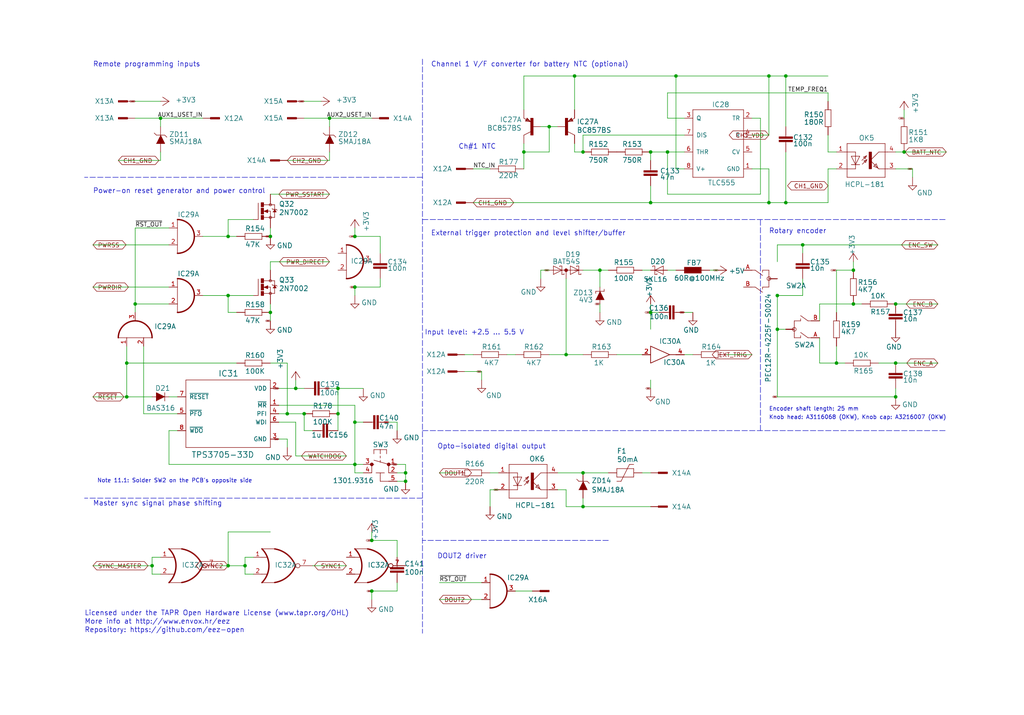
<source format=kicad_sch>
(kicad_sch (version 20210406) (generator eeschema)
  (paper "User" 307.823 215.087)
  (title_block (title "EEZ PSU consolidated") (rev "r5B13a") (comment 3 "V/F converter for battery NTC, External trigger") (comment 4 "Reset control, soft-start driver, encoder"))
  (junction (at 38.1 109.22) (diameter 0.9144))
  (junction (at 38.1 119.38) (diameter 0.9144))
  (junction (at 40.64 91.44) (diameter 0.9144))
  (junction (at 45.72 170.18) (diameter 0.9144))
  (junction (at 48.26 35.56) (diameter 0.9144))
  (junction (at 68.58 71.12) (diameter 0.9144))
  (junction (at 68.58 88.9) (diameter 0.9144))
  (junction (at 68.58 170.18) (diameter 0.9144))
  (junction (at 73.66 170.18) (diameter 0.9144))
  (junction (at 81.28 71.12) (diameter 0.9144))
  (junction (at 81.28 93.98) (diameter 0.9144))
  (junction (at 86.36 124.46) (diameter 0.9144))
  (junction (at 88.9 116.84) (diameter 0.9144))
  (junction (at 91.44 124.46) (diameter 0.9144))
  (junction (at 99.06 35.56) (diameter 0.9144))
  (junction (at 101.6 116.84) (diameter 0.9144))
  (junction (at 101.6 124.46) (diameter 0.9144))
  (junction (at 106.68 71.12) (diameter 0.9144))
  (junction (at 106.68 86.36) (diameter 0.9144))
  (junction (at 106.68 127) (diameter 0.9144))
  (junction (at 106.68 139.7) (diameter 0.9144))
  (junction (at 111.76 162.56) (diameter 0.9144))
  (junction (at 111.76 177.8) (diameter 0.9144))
  (junction (at 121.92 142.24) (diameter 0.9144))
  (junction (at 121.92 144.78) (diameter 0.9144))
  (junction (at 157.48 45.72) (diameter 0.9144))
  (junction (at 165.1 38.1) (diameter 0.9144))
  (junction (at 170.18 106.68) (diameter 0.9144))
  (junction (at 172.72 22.86) (diameter 0.9144))
  (junction (at 175.26 45.72) (diameter 0.9144))
  (junction (at 175.26 142.24) (diameter 0.9144))
  (junction (at 175.26 152.4) (diameter 0.9144))
  (junction (at 180.34 81.28) (diameter 0.9144))
  (junction (at 195.58 45.72) (diameter 0.9144))
  (junction (at 195.58 60.96) (diameter 0.9144))
  (junction (at 195.58 93.98) (diameter 0.9144))
  (junction (at 200.66 45.72) (diameter 0.9144))
  (junction (at 203.2 22.86) (diameter 0.9144))
  (junction (at 231.14 22.86) (diameter 0.9144))
  (junction (at 231.14 60.96) (diameter 0.9144))
  (junction (at 233.68 88.9) (diameter 0.9144))
  (junction (at 233.68 99.06) (diameter 0.9144))
  (junction (at 236.22 22.86) (diameter 0.9144))
  (junction (at 236.22 60.96) (diameter 0.9144))
  (junction (at 241.3 73.66) (diameter 0.9144))
  (junction (at 251.46 109.22) (diameter 0.9144))
  (junction (at 256.54 81.28) (diameter 0.9144))
  (junction (at 256.54 91.44) (diameter 0.9144))
  (junction (at 269.24 91.44) (diameter 0.9144))
  (junction (at 269.24 109.22) (diameter 0.9144))
  (junction (at 269.24 119.38) (diameter 0.9144))
  (junction (at 271.78 45.72) (diameter 0.9144))
  (wire (pts (xy 27.94 170.18) (xy 45.72 170.18)))
  (wire (pts (xy 38.1 104.14) (xy 38.1 109.22)))
  (wire (pts (xy 38.1 109.22) (xy 38.1 119.38)))
  (wire (pts (xy 38.1 119.38) (xy 27.94 119.38)))
  (wire (pts (xy 40.64 30.48) (xy 48.26 30.48)))
  (wire (pts (xy 40.64 35.56) (xy 48.26 35.56)))
  (wire (pts (xy 40.64 91.44) (xy 40.64 68.58)))
  (wire (pts (xy 40.64 93.98) (xy 40.64 91.44)))
  (wire (pts (xy 43.18 124.46) (xy 43.18 104.14)))
  (wire (pts (xy 45.72 119.38) (xy 38.1 119.38)))
  (wire (pts (xy 45.72 167.64) (xy 45.72 170.18)))
  (wire (pts (xy 45.72 170.18) (xy 45.72 172.72)))
  (wire (pts (xy 45.72 172.72) (xy 48.26 172.72)))
  (wire (pts (xy 48.26 38.1) (xy 48.26 35.56)))
  (wire (pts (xy 48.26 45.72) (xy 48.26 48.26)))
  (wire (pts (xy 48.26 48.26) (xy 35.56 48.26)))
  (wire (pts (xy 48.26 167.64) (xy 45.72 167.64)))
  (wire (pts (xy 50.8 68.58) (xy 40.64 68.58)))
  (wire (pts (xy 50.8 73.66) (xy 27.94 73.66)))
  (wire (pts (xy 50.8 86.36) (xy 27.94 86.36)))
  (wire (pts (xy 50.8 91.44) (xy 40.64 91.44)))
  (wire (pts (xy 50.8 119.38) (xy 53.34 119.38)))
  (wire (pts (xy 50.8 129.54) (xy 50.8 139.7)))
  (wire (pts (xy 50.8 139.7) (xy 106.68 139.7)))
  (wire (pts (xy 53.34 124.46) (xy 43.18 124.46)))
  (wire (pts (xy 53.34 129.54) (xy 50.8 129.54)))
  (wire (pts (xy 60.96 35.56) (xy 48.26 35.56)))
  (wire (pts (xy 60.96 71.12) (xy 68.58 71.12)))
  (wire (pts (xy 66.04 170.18) (xy 68.58 170.18)))
  (wire (pts (xy 68.58 66.04) (xy 68.58 71.12)))
  (wire (pts (xy 68.58 71.12) (xy 71.12 71.12)))
  (wire (pts (xy 68.58 88.9) (xy 60.96 88.9)))
  (wire (pts (xy 68.58 88.9) (xy 76.2 88.9)))
  (wire (pts (xy 68.58 93.98) (xy 68.58 88.9)))
  (wire (pts (xy 68.58 160.02) (xy 81.28 160.02)))
  (wire (pts (xy 68.58 170.18) (xy 68.58 160.02)))
  (wire (pts (xy 68.58 170.18) (xy 73.66 170.18)))
  (wire (pts (xy 71.12 93.98) (xy 68.58 93.98)))
  (wire (pts (xy 71.12 109.22) (xy 38.1 109.22)))
  (wire (pts (xy 73.66 167.64) (xy 76.2 167.64)))
  (wire (pts (xy 73.66 170.18) (xy 73.66 167.64)))
  (wire (pts (xy 73.66 172.72) (xy 73.66 170.18)))
  (wire (pts (xy 76.2 66.04) (xy 68.58 66.04)))
  (wire (pts (xy 76.2 172.72) (xy 73.66 172.72)))
  (wire (pts (xy 81.28 58.42) (xy 99.06 58.42)))
  (wire (pts (xy 81.28 71.12) (xy 81.28 68.58)))
  (wire (pts (xy 81.28 78.74) (xy 81.28 81.28)))
  (wire (pts (xy 81.28 93.98) (xy 81.28 91.44)))
  (wire (pts (xy 81.28 96.52) (xy 81.28 93.98)))
  (wire (pts (xy 81.28 109.22) (xy 86.36 109.22)))
  (wire (pts (xy 83.82 116.84) (xy 88.9 116.84)))
  (wire (pts (xy 83.82 121.92) (xy 106.68 121.92)))
  (wire (pts (xy 83.82 127) (xy 88.9 127)))
  (wire (pts (xy 83.82 132.08) (xy 86.36 132.08)))
  (wire (pts (xy 86.36 109.22) (xy 86.36 124.46)))
  (wire (pts (xy 86.36 124.46) (xy 83.82 124.46)))
  (wire (pts (xy 86.36 132.08) (xy 86.36 134.62)))
  (wire (pts (xy 88.9 116.84) (xy 88.9 114.3)))
  (wire (pts (xy 88.9 116.84) (xy 91.44 116.84)))
  (wire (pts (xy 88.9 127) (xy 88.9 137.16)))
  (wire (pts (xy 88.9 137.16) (xy 104.14 137.16)))
  (wire (pts (xy 91.44 30.48) (xy 96.52 30.48)))
  (wire (pts (xy 91.44 35.56) (xy 99.06 35.56)))
  (wire (pts (xy 91.44 124.46) (xy 86.36 124.46)))
  (wire (pts (xy 91.44 129.54) (xy 91.44 124.46)))
  (wire (pts (xy 93.98 129.54) (xy 91.44 129.54)))
  (wire (pts (xy 93.98 170.18) (xy 104.14 170.18)))
  (wire (pts (xy 99.06 38.1) (xy 99.06 35.56)))
  (wire (pts (xy 99.06 45.72) (xy 99.06 48.26)))
  (wire (pts (xy 99.06 48.26) (xy 86.36 48.26)))
  (wire (pts (xy 99.06 78.74) (xy 81.28 78.74)))
  (wire (pts (xy 99.06 116.84) (xy 101.6 116.84)))
  (wire (pts (xy 101.6 116.84) (xy 109.22 116.84)))
  (wire (pts (xy 101.6 124.46) (xy 101.6 116.84)))
  (wire (pts (xy 101.6 129.54) (xy 101.6 124.46)))
  (wire (pts (xy 106.68 71.12) (xy 106.68 68.58)))
  (wire (pts (xy 106.68 71.12) (xy 114.3 71.12)))
  (wire (pts (xy 106.68 86.36) (xy 106.68 88.9)))
  (wire (pts (xy 106.68 86.36) (xy 114.3 86.36)))
  (wire (pts (xy 106.68 121.92) (xy 106.68 127)))
  (wire (pts (xy 106.68 127) (xy 106.68 139.7)))
  (wire (pts (xy 106.68 139.7) (xy 106.68 142.24)))
  (wire (pts (xy 109.22 127) (xy 106.68 127)))
  (wire (pts (xy 109.22 139.7) (xy 106.68 139.7)))
  (wire (pts (xy 109.22 142.24) (xy 106.68 142.24)))
  (wire (pts (xy 111.76 35.56) (xy 99.06 35.56)))
  (wire (pts (xy 111.76 162.56) (xy 111.76 160.02)))
  (wire (pts (xy 111.76 162.56) (xy 119.38 162.56)))
  (wire (pts (xy 111.76 177.8) (xy 119.38 177.8)))
  (wire (pts (xy 111.76 180.34) (xy 111.76 177.8)))
  (wire (pts (xy 114.3 71.12) (xy 114.3 76.2)))
  (wire (pts (xy 114.3 86.36) (xy 114.3 83.82)))
  (wire (pts (xy 116.84 127) (xy 119.38 127)))
  (wire (pts (xy 119.38 127) (xy 119.38 129.54)))
  (wire (pts (xy 119.38 139.7) (xy 121.92 139.7)))
  (wire (pts (xy 119.38 162.56) (xy 119.38 167.64)))
  (wire (pts (xy 119.38 177.8) (xy 119.38 175.26)))
  (wire (pts (xy 121.92 139.7) (xy 121.92 142.24)))
  (wire (pts (xy 121.92 142.24) (xy 119.38 142.24)))
  (wire (pts (xy 121.92 142.24) (xy 121.92 144.78)))
  (wire (pts (xy 121.92 144.78) (xy 119.38 144.78)))
  (wire (pts (xy 137.16 142.24) (xy 132.08 142.24)))
  (wire (pts (xy 139.7 106.68) (xy 142.24 106.68)))
  (wire (pts (xy 139.7 111.76) (xy 144.78 111.76)))
  (wire (pts (xy 142.24 50.8) (xy 147.32 50.8)))
  (wire (pts (xy 144.78 111.76) (xy 144.78 114.3)))
  (wire (pts (xy 144.78 175.26) (xy 132.08 175.26)))
  (wire (pts (xy 144.78 180.34) (xy 132.08 180.34)))
  (wire (pts (xy 147.32 142.24) (xy 149.86 142.24)))
  (wire (pts (xy 147.32 147.32) (xy 147.32 152.4)))
  (wire (pts (xy 149.86 147.32) (xy 147.32 147.32)))
  (wire (pts (xy 152.4 106.68) (xy 154.94 106.68)))
  (wire (pts (xy 154.94 177.8) (xy 160.02 177.8)))
  (wire (pts (xy 157.48 22.86) (xy 157.48 33.02)))
  (wire (pts (xy 157.48 45.72) (xy 157.48 43.18)))
  (wire (pts (xy 157.48 50.8) (xy 157.48 45.72)))
  (wire (pts (xy 162.56 38.1) (xy 165.1 38.1)))
  (wire (pts (xy 162.56 81.28) (xy 162.56 83.82)))
  (wire (pts (xy 165.1 38.1) (xy 165.1 45.72)))
  (wire (pts (xy 165.1 38.1) (xy 167.64 38.1)))
  (wire (pts (xy 165.1 45.72) (xy 157.48 45.72)))
  (wire (pts (xy 165.1 81.28) (xy 162.56 81.28)))
  (wire (pts (xy 165.1 106.68) (xy 170.18 106.68)))
  (wire (pts (xy 167.64 142.24) (xy 175.26 142.24)))
  (wire (pts (xy 170.18 106.68) (xy 170.18 83.82)))
  (wire (pts (xy 170.18 147.32) (xy 167.64 147.32)))
  (wire (pts (xy 170.18 152.4) (xy 170.18 147.32)))
  (wire (pts (xy 172.72 22.86) (xy 157.48 22.86)))
  (wire (pts (xy 172.72 33.02) (xy 172.72 22.86)))
  (wire (pts (xy 172.72 45.72) (xy 172.72 43.18)))
  (wire (pts (xy 175.26 40.64) (xy 175.26 45.72)))
  (wire (pts (xy 175.26 45.72) (xy 172.72 45.72)))
  (wire (pts (xy 175.26 106.68) (xy 170.18 106.68)))
  (wire (pts (xy 175.26 142.24) (xy 182.88 142.24)))
  (wire (pts (xy 175.26 152.4) (xy 170.18 152.4)))
  (wire (pts (xy 175.26 152.4) (xy 175.26 149.86)))
  (wire (pts (xy 175.26 152.4) (xy 195.58 152.4)))
  (wire (pts (xy 180.34 81.28) (xy 175.26 81.28)))
  (wire (pts (xy 180.34 86.36) (xy 180.34 81.28)))
  (wire (pts (xy 180.34 91.44) (xy 180.34 93.98)))
  (wire (pts (xy 182.88 81.28) (xy 180.34 81.28)))
  (wire (pts (xy 185.42 106.68) (xy 193.04 106.68)))
  (wire (pts (xy 193.04 142.24) (xy 195.58 142.24)))
  (wire (pts (xy 195.58 45.72) (xy 195.58 48.26)))
  (wire (pts (xy 195.58 55.88) (xy 195.58 60.96)))
  (wire (pts (xy 195.58 60.96) (xy 142.24 60.96)))
  (wire (pts (xy 195.58 60.96) (xy 231.14 60.96)))
  (wire (pts (xy 195.58 81.28) (xy 193.04 81.28)))
  (wire (pts (xy 195.58 93.98) (xy 195.58 91.44)))
  (wire (pts (xy 195.58 99.06) (xy 195.58 93.98)))
  (wire (pts (xy 195.58 116.84) (xy 195.58 114.3)))
  (wire (pts (xy 198.12 93.98) (xy 195.58 93.98)))
  (wire (pts (xy 200.66 27.94) (xy 200.66 35.56)))
  (wire (pts (xy 200.66 45.72) (xy 195.58 45.72)))
  (wire (pts (xy 200.66 45.72) (xy 200.66 58.42)))
  (wire (pts (xy 200.66 58.42) (xy 228.6 58.42)))
  (wire (pts (xy 200.66 81.28) (xy 203.2 81.28)))
  (wire (pts (xy 203.2 22.86) (xy 172.72 22.86)))
  (wire (pts (xy 203.2 50.8) (xy 203.2 22.86)))
  (wire (pts (xy 205.74 35.56) (xy 200.66 35.56)))
  (wire (pts (xy 205.74 40.64) (xy 175.26 40.64)))
  (wire (pts (xy 205.74 45.72) (xy 200.66 45.72)))
  (wire (pts (xy 205.74 50.8) (xy 203.2 50.8)))
  (wire (pts (xy 205.74 93.98) (xy 208.28 93.98)))
  (wire (pts (xy 205.74 106.68) (xy 208.28 106.68)))
  (wire (pts (xy 215.9 81.28) (xy 213.36 81.28)))
  (wire (pts (xy 218.44 106.68) (xy 226.06 106.68)))
  (wire (pts (xy 226.06 35.56) (xy 228.6 35.56)))
  (wire (pts (xy 226.06 50.8) (xy 231.14 50.8)))
  (wire (pts (xy 228.6 35.56) (xy 228.6 58.42)))
  (wire (pts (xy 231.14 22.86) (xy 203.2 22.86)))
  (wire (pts (xy 231.14 22.86) (xy 236.22 22.86)))
  (wire (pts (xy 231.14 40.64) (xy 226.06 40.64)))
  (wire (pts (xy 231.14 40.64) (xy 231.14 22.86)))
  (wire (pts (xy 231.14 60.96) (xy 231.14 50.8)))
  (wire (pts (xy 231.14 60.96) (xy 236.22 60.96)))
  (wire (pts (xy 233.68 78.74) (xy 233.68 73.66)))
  (wire (pts (xy 233.68 88.9) (xy 233.68 99.06)))
  (wire (pts (xy 233.68 99.06) (xy 236.22 99.06)))
  (wire (pts (xy 233.68 119.38) (xy 233.68 99.06)))
  (wire (pts (xy 233.68 119.38) (xy 269.24 119.38)))
  (wire (pts (xy 236.22 38.1) (xy 236.22 22.86)))
  (wire (pts (xy 236.22 45.72) (xy 236.22 60.96)))
  (wire (pts (xy 241.3 73.66) (xy 233.68 73.66)))
  (wire (pts (xy 241.3 76.2) (xy 241.3 73.66)))
  (wire (pts (xy 241.3 83.82) (xy 241.3 88.9)))
  (wire (pts (xy 241.3 88.9) (xy 233.68 88.9)))
  (wire (pts (xy 246.38 91.44) (xy 256.54 91.44)))
  (wire (pts (xy 246.38 96.52) (xy 246.38 91.44)))
  (wire (pts (xy 246.38 101.6) (xy 246.38 109.22)))
  (wire (pts (xy 246.38 109.22) (xy 251.46 109.22)))
  (wire (pts (xy 248.92 22.86) (xy 236.22 22.86)))
  (wire (pts (xy 248.92 27.94) (xy 200.66 27.94)))
  (wire (pts (xy 248.92 30.48) (xy 248.92 27.94)))
  (wire (pts (xy 248.92 45.72) (xy 248.92 40.64)))
  (wire (pts (xy 248.92 50.8) (xy 248.92 60.96)))
  (wire (pts (xy 248.92 60.96) (xy 236.22 60.96)))
  (wire (pts (xy 251.46 45.72) (xy 248.92 45.72)))
  (wire (pts (xy 251.46 50.8) (xy 248.92 50.8)))
  (wire (pts (xy 251.46 81.28) (xy 256.54 81.28)))
  (wire (pts (xy 251.46 93.98) (xy 251.46 81.28)))
  (wire (pts (xy 251.46 104.14) (xy 251.46 109.22)))
  (wire (pts (xy 251.46 109.22) (xy 254 109.22)))
  (wire (pts (xy 256.54 81.28) (xy 256.54 78.74)))
  (wire (pts (xy 256.54 91.44) (xy 259.08 91.44)))
  (wire (pts (xy 264.16 109.22) (xy 269.24 109.22)))
  (wire (pts (xy 269.24 45.72) (xy 271.78 45.72)))
  (wire (pts (xy 269.24 50.8) (xy 274.32 50.8)))
  (wire (pts (xy 269.24 91.44) (xy 281.94 91.44)))
  (wire (pts (xy 269.24 109.22) (xy 281.94 109.22)))
  (wire (pts (xy 269.24 119.38) (xy 269.24 116.84)))
  (wire (pts (xy 271.78 35.56) (xy 271.78 33.02)))
  (wire (pts (xy 271.78 45.72) (xy 284.48 45.72)))
  (wire (pts (xy 274.32 50.8) (xy 274.32 53.34)))
  (wire (pts (xy 281.94 73.66) (xy 241.3 73.66)))
  (polyline (pts (xy 127 17.78) (xy 127 190.5)) (stroke (width 0) (type dash)))
  (polyline (pts (xy 127 53.34) (xy 25.4 53.34)) (stroke (width 0) (type dash)))
  (polyline (pts (xy 127 66.04) (xy 284.48 66.04)) (stroke (width 0) (type dash)))
  (polyline (pts (xy 127 129.54) (xy 284.48 129.54)) (stroke (width 0) (type dash)))
  (polyline (pts (xy 127 149.86) (xy 25.4 149.86)) (stroke (width 0) (type dash)))
  (polyline (pts (xy 182.88 162.56) (xy 127 162.56)) (stroke (width 0) (type dash)))
  (polyline (pts (xy 228.6 129.54) (xy 228.6 66.04)) (stroke (width 0) (type dash)))
  (text "Licensed under the TAPR Open Hardware License (www.tapr.org/OHL)" (at 25.4 185.42 0) (effects (font (size 1.4986 1.4986)) (justify left bottom)))
  (text "More info at http://www.envox.hr/eez" (at 25.4 187.96 0) (effects (font (size 1.4986 1.4986)) (justify left bottom)))
  (text "Repository: https://github.com/eez-open" (at 25.4 190.5 0) (effects (font (size 1.4986 1.4986)) (justify left bottom)))
  (text "Remote programming inputs" (at 27.94 20.32 0) (effects (font (size 1.4986 1.4986)) (justify left bottom)))
  (text "Power-on reset generator and power control" (at 27.94 58.42 0) (effects (font (size 1.4986 1.4986)) (justify left bottom)))
  (text "Master sync signal phase shifting" (at 27.94 152.4 0) (effects (font (size 1.4986 1.4986)) (justify left bottom)))
  (text "Note 11.1: Solder SW2 on the PCB's opposite side" (at 29.21 145.415 0) (effects (font (size 1.1938 1.1938)) (justify left bottom)))
  (text "Input level: +2.5 ... 5.5 V" (at 127.635 100.965 0) (effects (font (size 1.4986 1.4986)) (justify left bottom)))
  (text "Channel 1 V/F converter for battery NTC (optional)" (at 129.54 20.32 0) (effects (font (size 1.4986 1.4986)) (justify left bottom)))
  (text "External trigger protection and level shifter/buffer" (at 129.54 71.12 0) (effects (font (size 1.4986 1.4986)) (justify left bottom)))
  (text "Opto-isolated digital output" (at 131.445 135.255 0) (effects (font (size 1.4986 1.4986)) (justify left bottom)))
  (text "DOUT2 driver" (at 131.445 168.275 0) (effects (font (size 1.4986 1.4986)) (justify left bottom)))
  (text "Ch#1 NTC" (at 137.795 45.085 0) (effects (font (size 1.4986 1.4986)) (justify left bottom)))
  (text "Rotary encoder" (at 231.14 70.485 0) (effects (font (size 1.4986 1.4986)) (justify left bottom)))
  (text "Encoder shaft length: 25 mm" (at 231.14 123.825 0) (effects (font (size 1.1938 1.1938)) (justify left bottom)))
  (text "Knob head: A3116068 (OKW), Knob cap: A3216007 (OKW)" (at 231.14 126.365 0) (effects (font (size 1.1938 1.1938)) (justify left bottom)))
  (label "~RST_OUT" (at 40.64 68.58 0))
  (label "AUX1_USET_IN" (at 60.96 35.56 180))
  (label "AUX2_USET_IN" (at 111.76 35.56 180))
  (label "~RST_OUT" (at 132.08 175.26 0))
  (label "NTC_IN" (at 142.24 50.8 0))
  (label "TEMP_FREQ1" (at 248.92 27.94 180))
  (global_label "PWRSS" (shape bidirectional) (at 27.94 73.66 0) (property "Intersheet References" "${INTERSHEET_REFS}" (effects hide)))
  (global_label "PWRDIR" (shape bidirectional) (at 27.94 86.36 0) (property "Intersheet References" "${INTERSHEET_REFS}" (effects hide)))
  (global_label "~RESET" (shape bidirectional) (at 27.94 119.38 0) (property "Intersheet References" "${INTERSHEET_REFS}" (effects hide)))
  (global_label "SYNC_MASTER" (shape bidirectional) (at 27.94 170.18 0) (property "Intersheet References" "${INTERSHEET_REFS}" (effects hide)))
  (global_label "CH1_GND" (shape bidirectional) (at 35.56 48.26 0) (property "Intersheet References" "${INTERSHEET_REFS}" (effects hide)))
  (global_label "+3V3" (shape bidirectional) (at 40.64 30.48 180) (effects (font (size 0.254 0.254))) (property "Intersheet References" "${INTERSHEET_REFS}" (effects hide)))
  (global_label "SYNC2" (shape bidirectional) (at 68.58 170.18 180) (property "Intersheet References" "${INTERSHEET_REFS}" (effects hide)))
  (global_label "GND" (shape bidirectional) (at 81.28 71.12 180) (effects (font (size 0.254 0.254))) (property "Intersheet References" "${INTERSHEET_REFS}" (effects hide)))
  (global_label "GND" (shape bidirectional) (at 81.28 96.52 180) (effects (font (size 0.254 0.254))) (property "Intersheet References" "${INTERSHEET_REFS}" (effects hide)))
  (global_label "+3V3" (shape bidirectional) (at 83.82 116.84 180) (effects (font (size 0.254 0.254))) (property "Intersheet References" "${INTERSHEET_REFS}" (effects hide)))
  (global_label "GND" (shape bidirectional) (at 83.82 132.08 180) (effects (font (size 0.254 0.254))) (property "Intersheet References" "${INTERSHEET_REFS}" (effects hide)))
  (global_label "CH2_GND" (shape bidirectional) (at 86.36 48.26 0) (property "Intersheet References" "${INTERSHEET_REFS}" (effects hide)))
  (global_label "+3V3" (shape bidirectional) (at 91.44 30.48 180) (effects (font (size 0.254 0.254))) (property "Intersheet References" "${INTERSHEET_REFS}" (effects hide)))
  (global_label "PWR_SSTART" (shape bidirectional) (at 99.06 58.42 180) (property "Intersheet References" "${INTERSHEET_REFS}" (effects hide)))
  (global_label "PWR_DIRECT" (shape bidirectional) (at 99.06 78.74 180) (property "Intersheet References" "${INTERSHEET_REFS}" (effects hide)))
  (global_label "GND" (shape bidirectional) (at 99.06 116.84 180) (effects (font (size 0.254 0.254))) (property "Intersheet References" "${INTERSHEET_REFS}" (effects hide)))
  (global_label "WATCHDOG" (shape bidirectional) (at 104.14 137.16 180) (property "Intersheet References" "${INTERSHEET_REFS}" (effects hide)))
  (global_label "SYNC1" (shape bidirectional) (at 104.14 170.18 180) (property "Intersheet References" "${INTERSHEET_REFS}" (effects hide)))
  (global_label "+3V3" (shape bidirectional) (at 106.68 71.12 180) (effects (font (size 0.254 0.254))) (property "Intersheet References" "${INTERSHEET_REFS}" (effects hide)))
  (global_label "GND" (shape bidirectional) (at 106.68 86.36 180) (effects (font (size 0.254 0.254))) (property "Intersheet References" "${INTERSHEET_REFS}" (effects hide)))
  (global_label "+3V3" (shape bidirectional) (at 111.76 162.56 180) (effects (font (size 0.254 0.254))) (property "Intersheet References" "${INTERSHEET_REFS}" (effects hide)))
  (global_label "GND" (shape bidirectional) (at 111.76 177.8 180) (effects (font (size 0.254 0.254))) (property "Intersheet References" "${INTERSHEET_REFS}" (effects hide)))
  (global_label "GND" (shape bidirectional) (at 116.84 127 180) (effects (font (size 0.254 0.254))) (property "Intersheet References" "${INTERSHEET_REFS}" (effects hide)))
  (global_label "GND" (shape bidirectional) (at 119.38 139.7 180) (effects (font (size 0.254 0.254))) (property "Intersheet References" "${INTERSHEET_REFS}" (effects hide)))
  (global_label "DOUT1" (shape bidirectional) (at 132.08 142.24 0) (property "Intersheet References" "${INTERSHEET_REFS}" (effects hide)))
  (global_label "DOUT2" (shape bidirectional) (at 132.08 180.34 0) (property "Intersheet References" "${INTERSHEET_REFS}" (effects hide)))
  (global_label "CH1_GND" (shape bidirectional) (at 142.24 60.96 0) (property "Intersheet References" "${INTERSHEET_REFS}" (effects hide)))
  (global_label "GND" (shape bidirectional) (at 144.78 111.76 180) (effects (font (size 0.254 0.254))) (property "Intersheet References" "${INTERSHEET_REFS}" (effects hide)))
  (global_label "GND" (shape bidirectional) (at 149.86 147.32 180) (effects (font (size 0.254 0.254))) (property "Intersheet References" "${INTERSHEET_REFS}" (effects hide)))
  (global_label "GND" (shape bidirectional) (at 165.1 81.28 180) (effects (font (size 0.254 0.254))) (property "Intersheet References" "${INTERSHEET_REFS}" (effects hide)))
  (global_label "GND" (shape bidirectional) (at 180.34 91.44 180) (effects (font (size 0.254 0.254))) (property "Intersheet References" "${INTERSHEET_REFS}" (effects hide)))
  (global_label "+3V3" (shape bidirectional) (at 195.58 93.98 180) (effects (font (size 0.254 0.254))) (property "Intersheet References" "${INTERSHEET_REFS}" (effects hide)))
  (global_label "GND" (shape bidirectional) (at 195.58 116.84 180) (effects (font (size 0.254 0.254))) (property "Intersheet References" "${INTERSHEET_REFS}" (effects hide)))
  (global_label "GND" (shape bidirectional) (at 205.74 93.98 180) (effects (font (size 0.254 0.254))) (property "Intersheet References" "${INTERSHEET_REFS}" (effects hide)))
  (global_label "+5V" (shape bidirectional) (at 215.9 81.28 180) (effects (font (size 0.254 0.254))) (property "Intersheet References" "${INTERSHEET_REFS}" (effects hide)))
  (global_label "EXT_TRIG" (shape bidirectional) (at 226.06 106.68 180) (property "Intersheet References" "${INTERSHEET_REFS}" (effects hide)))
  (global_label "CH1_VDD" (shape bidirectional) (at 231.14 40.64 180) (property "Intersheet References" "${INTERSHEET_REFS}" (effects hide)))
  (global_label "GND" (shape bidirectional) (at 233.68 119.38 180) (effects (font (size 0.254 0.254))) (property "Intersheet References" "${INTERSHEET_REFS}" (effects hide)))
  (global_label "CH1_GND" (shape bidirectional) (at 248.92 55.88 180) (property "Intersheet References" "${INTERSHEET_REFS}" (effects hide)))
  (global_label "+3V3" (shape bidirectional) (at 251.46 81.28 180) (effects (font (size 0.254 0.254))) (property "Intersheet References" "${INTERSHEET_REFS}" (effects hide)))
  (global_label "+3V3" (shape bidirectional) (at 271.78 35.56 180) (effects (font (size 0.254 0.254))) (property "Intersheet References" "${INTERSHEET_REFS}" (effects hide)))
  (global_label "GND" (shape bidirectional) (at 274.32 50.8 180) (effects (font (size 0.254 0.254))) (property "Intersheet References" "${INTERSHEET_REFS}" (effects hide)))
  (global_label "ENC_SW" (shape bidirectional) (at 281.94 73.66 180) (property "Intersheet References" "${INTERSHEET_REFS}" (effects hide)))
  (global_label "ENC_B" (shape bidirectional) (at 281.94 91.44 180) (property "Intersheet References" "${INTERSHEET_REFS}" (effects hide)))
  (global_label "ENC_A" (shape bidirectional) (at 281.94 109.22 180) (property "Intersheet References" "${INTERSHEET_REFS}" (effects hide)))
  (global_label "BATT_NTC" (shape bidirectional) (at 284.48 45.72 180) (property "Intersheet References" "${INTERSHEET_REFS}" (effects hide)))
  (symbol (lib_id "EEZ_PSU_consolidated_r5B13a-eagle-import:DINA4_L") (at 22.86 193.04 0)
    (property "Reference" "#FRAME11" (effects hide))
    (property "Value" "DINA4_L" (effects hide))
  )
  (symbol (lib_id "EEZ_PSU_consolidated_r5B13a-eagle-import:TSW-113-07-F-D") (at 40.64 30.48 0)
    (property "Reference" "X13" (at 34.29 29.591 0) (effects (font (size 1.4986 1.4986)) (justify right top)))
    (property "Value" "TSW-113-07-F-D" (effects hide))
    (property "Footprint" "EEZ PSU consolidated r5B13a:TSW-113-07-F-D" (effects hide))
  )
  (symbol (lib_id "EEZ_PSU_consolidated_r5B13a-eagle-import:TSW-113-07-F-D") (at 40.64 35.56 0)
    (property "Reference" "X13" (at 34.29 34.671 0) (effects (font (size 1.4986 1.4986)) (justify right top)))
    (property "Value" "TSW-113-07-F-D" (effects hide))
    (property "Footprint" "EEZ PSU consolidated r5B13a:TSW-113-07-F-D" (effects hide))
  )
  (symbol (lib_id "EEZ_PSU_consolidated_r5B13a-eagle-import:MC000006MIRROR") (at 60.96 35.56 180)
    (property "Reference" "X12" (at 67.31 36.449 0) (effects (font (size 1.4986 1.4986)) (justify right top)))
    (property "Value" "MC000006" (effects hide))
    (property "Footprint" "EEZ PSU consolidated r5B13a:MC000006_MIRROR" (effects hide))
  )
  (symbol (lib_id "EEZ_PSU_consolidated_r5B13a-eagle-import:MC000006MIRROR") (at 86.36 48.26 0)
    (property "Reference" "X14" (at 80.01 47.371 0) (effects (font (size 1.4986 1.4986)) (justify right top)))
    (property "Value" "MC000006" (effects hide))
    (property "Footprint" "EEZ PSU consolidated r5B13a:MC000006_MIRROR" (effects hide))
  )
  (symbol (lib_id "EEZ_PSU_consolidated_r5B13a-eagle-import:TSW-113-07-F-D") (at 91.44 30.48 0)
    (property "Reference" "X15" (at 85.09 29.591 0) (effects (font (size 1.4986 1.4986)) (justify right top)))
    (property "Value" "TSW-113-07-F-D" (effects hide))
    (property "Footprint" "EEZ PSU consolidated r5B13a:TSW-113-07-F-D" (effects hide))
  )
  (symbol (lib_id "EEZ_PSU_consolidated_r5B13a-eagle-import:TSW-113-07-F-D") (at 91.44 35.56 0)
    (property "Reference" "X15" (at 85.09 34.671 0) (effects (font (size 1.4986 1.4986)) (justify right top)))
    (property "Value" "TSW-113-07-F-D" (effects hide))
    (property "Footprint" "EEZ PSU consolidated r5B13a:TSW-113-07-F-D" (effects hide))
  )
  (symbol (lib_id "EEZ_PSU_consolidated_r5B13a-eagle-import:MC000006MIRROR") (at 111.76 35.56 180)
    (property "Reference" "X14" (at 118.11 36.449 0) (effects (font (size 1.4986 1.4986)) (justify right top)))
    (property "Value" "MC000006" (effects hide))
    (property "Footprint" "EEZ PSU consolidated r5B13a:MC000006_MIRROR" (effects hide))
  )
  (symbol (lib_id "EEZ_PSU_consolidated_r5B13a-eagle-import:MC000006MIRROR") (at 139.7 106.68 0)
    (property "Reference" "X12" (at 133.985 105.791 0) (effects (font (size 1.4986 1.4986)) (justify right top)))
    (property "Value" "MC000006" (effects hide))
    (property "Footprint" "EEZ PSU consolidated r5B13a:MC000006_MIRROR" (effects hide))
  )
  (symbol (lib_id "EEZ_PSU_consolidated_r5B13a-eagle-import:MC000006MIRROR") (at 139.7 111.76 0)
    (property "Reference" "X12" (at 133.985 110.871 0) (effects (font (size 1.4986 1.4986)) (justify right top)))
    (property "Value" "MC000006" (effects hide))
    (property "Footprint" "EEZ PSU consolidated r5B13a:MC000006_MIRROR" (effects hide))
  )
  (symbol (lib_id "EEZ_PSU_consolidated_r5B13a-eagle-import:MC000006MIRROR") (at 142.24 50.8 0)
    (property "Reference" "X12" (at 135.89 49.911 0) (effects (font (size 1.4986 1.4986)) (justify right top)))
    (property "Value" "MC000006" (effects hide))
    (property "Footprint" "EEZ PSU consolidated r5B13a:MC000006_MIRROR" (effects hide))
  )
  (symbol (lib_id "EEZ_PSU_consolidated_r5B13a-eagle-import:MC000006MIRROR") (at 142.24 60.96 0)
    (property "Reference" "X12" (at 135.89 60.071 0) (effects (font (size 1.4986 1.4986)) (justify right top)))
    (property "Value" "MC000006" (effects hide))
    (property "Footprint" "EEZ PSU consolidated r5B13a:MC000006_MIRROR" (effects hide))
  )
  (symbol (lib_id "EEZ_PSU_consolidated_r5B13a-eagle-import:IDC-10PINBLACK") (at 160.02 177.8 180)
    (property "Reference" "X16" (at 158.75 181.229 0) (effects (font (size 1.4986 1.4986)) (justify right top)))
    (property "Value" "09185067324" (effects hide))
    (property "Footprint" "EEZ PSU consolidated r5B13a:IDC-10PIN" (effects hide))
  )
  (symbol (lib_id "EEZ_PSU_consolidated_r5B13a-eagle-import:MC000006MIRROR") (at 195.58 142.24 180)
    (property "Reference" "X14" (at 201.93 143.129 0) (effects (font (size 1.4986 1.4986)) (justify right top)))
    (property "Value" "MC000006" (effects hide))
    (property "Footprint" "EEZ PSU consolidated r5B13a:MC000006_MIRROR" (effects hide))
  )
  (symbol (lib_id "EEZ_PSU_consolidated_r5B13a-eagle-import:MC000006MIRROR") (at 195.58 152.4 180)
    (property "Reference" "X14" (at 201.93 153.289 0) (effects (font (size 1.4986 1.4986)) (justify right top)))
    (property "Value" "MC000006" (effects hide))
    (property "Footprint" "EEZ PSU consolidated r5B13a:MC000006_MIRROR" (effects hide))
  )
  (symbol (lib_id "EEZ_PSU_consolidated_r5B13a-eagle-import:+3V3") (at 50.8 30.48 270) (mirror x)
    (property "Reference" "#+3V07" (effects hide))
    (property "Value" "+3V3" (at 52.705 29.21 90) (effects (font (size 1.4986 1.4986)) (justify left bottom)))
  )
  (symbol (lib_id "EEZ_PSU_consolidated_r5B13a-eagle-import:+3V3") (at 88.9 111.76 0)
    (property "Reference" "#+3V019" (effects hide))
    (property "Value" "+3V3" (at 85.09 111.125 90) (effects (font (size 1.4986 1.4986)) (justify left bottom)))
  )
  (symbol (lib_id "EEZ_PSU_consolidated_r5B13a-eagle-import:+3V3") (at 99.06 30.48 270) (mirror x)
    (property "Reference" "#+3V011" (effects hide))
    (property "Value" "+3V3" (at 100.965 29.21 90) (effects (font (size 1.4986 1.4986)) (justify left bottom)))
  )
  (symbol (lib_id "EEZ_PSU_consolidated_r5B13a-eagle-import:+3V3") (at 106.68 66.04 0)
    (property "Reference" "#+3V012" (effects hide))
    (property "Value" "+3V3" (at 109.22 63.5 90) (effects (font (size 1.4986 1.4986)) (justify right top)))
  )
  (symbol (lib_id "EEZ_PSU_consolidated_r5B13a-eagle-import:+3V3") (at 111.76 157.48 0) (mirror y)
    (property "Reference" "#+3V022" (effects hide))
    (property "Value" "+3V3" (at 113.665 156.21 90) (effects (font (size 1.4986 1.4986)) (justify right top)))
  )
  (symbol (lib_id "EEZ_PSU_consolidated_r5B13a-eagle-import:+3V3") (at 195.58 88.9 0) (mirror y)
    (property "Reference" "#+3V010" (effects hide))
    (property "Value" "+3V3" (at 194.31 89.535 90) (effects (font (size 1.4986 1.4986)) (justify left bottom)))
  )
  (symbol (lib_id "EEZ_PSU_consolidated_r5B13a-eagle-import:+5V") (at 218.44 81.28 270) (mirror x)
    (property "Reference" "#P+026" (effects hide))
    (property "Value" "+5V" (at 219.075 80.645 90) (effects (font (size 1.4986 1.4986)) (justify left bottom)))
  )
  (symbol (lib_id "EEZ_PSU_consolidated_r5B13a-eagle-import:+3V3") (at 256.54 76.2 0) (mirror y)
    (property "Reference" "#+3V021" (effects hide))
    (property "Value" "+3V3" (at 255.27 76.835 90) (effects (font (size 1.4986 1.4986)) (justify left bottom)))
  )
  (symbol (lib_id "EEZ_PSU_consolidated_r5B13a-eagle-import:+3V3") (at 271.78 30.48 0)
    (property "Reference" "#+3V06" (effects hide))
    (property "Value" "+3V3" (at 274.32 27.94 90) (effects (font (size 1.4986 1.4986)) (justify right top)))
  )
  (symbol (lib_id "EEZ_PSU_consolidated_r5B13a-eagle-import:GND") (at 81.28 73.66 0) (mirror y)
    (property "Reference" "#SUPPLY090" (effects hide))
    (property "Value" "GND" (at 83.185 73.025 0) (effects (font (size 1.4986 1.4986)) (justify right top)))
  )
  (symbol (lib_id "EEZ_PSU_consolidated_r5B13a-eagle-import:GND") (at 81.28 99.06 0) (mirror y)
    (property "Reference" "#SUPPLY089" (effects hide))
    (property "Value" "GND" (at 83.185 98.425 0) (effects (font (size 1.4986 1.4986)) (justify right top)))
  )
  (symbol (lib_id "EEZ_PSU_consolidated_r5B13a-eagle-import:GND") (at 86.36 137.16 0) (mirror y)
    (property "Reference" "#SUPPLY0114" (effects hide))
    (property "Value" "GND" (at 84.455 138.43 0) (effects (font (size 1.4986 1.4986)) (justify left bottom)))
  )
  (symbol (lib_id "EEZ_PSU_consolidated_r5B13a-eagle-import:GND") (at 106.68 91.44 0) (mirror y)
    (property "Reference" "#SUPPLY0112" (effects hide))
    (property "Value" "GND" (at 108.585 90.17 0) (effects (font (size 1.4986 1.4986)) (justify right top)))
  )
  (symbol (lib_id "EEZ_PSU_consolidated_r5B13a-eagle-import:GND") (at 109.22 119.38 0) (mirror y)
    (property "Reference" "#SUPPLY0113" (effects hide))
    (property "Value" "GND" (at 111.125 118.11 0) (effects (font (size 1.4986 1.4986)) (justify right top)))
  )
  (symbol (lib_id "EEZ_PSU_consolidated_r5B13a-eagle-import:GND") (at 111.76 182.88 0)
    (property "Reference" "#SUPPLY0120" (effects hide))
    (property "Value" "GND" (at 113.665 184.15 0) (effects (font (size 1.4986 1.4986)) (justify left bottom)))
  )
  (symbol (lib_id "EEZ_PSU_consolidated_r5B13a-eagle-import:GND") (at 119.38 132.08 0) (mirror y)
    (property "Reference" "#SUPPLY0121" (effects hide))
    (property "Value" "GND" (at 121.285 130.81 0) (effects (font (size 1.4986 1.4986)) (justify right top)))
  )
  (symbol (lib_id "EEZ_PSU_consolidated_r5B13a-eagle-import:GND") (at 121.92 147.32 0) (mirror y)
    (property "Reference" "#SUPPLY092" (effects hide))
    (property "Value" "GND" (at 120.015 147.955 0) (effects (font (size 1.4986 1.4986)) (justify left bottom)))
  )
  (symbol (lib_id "EEZ_PSU_consolidated_r5B13a-eagle-import:GND") (at 144.78 116.84 0) (mirror y)
    (property "Reference" "#SUPPLY099" (effects hide))
    (property "Value" "GND" (at 146.05 118.11 0) (effects (font (size 1.4986 1.4986)) (justify right top)))
  )
  (symbol (lib_id "EEZ_PSU_consolidated_r5B13a-eagle-import:GND") (at 147.32 154.94 0)
    (property "Reference" "#SUPPLY046" (effects hide))
    (property "Value" "GND" (at 149.225 156.21 0) (effects (font (size 1.4986 1.4986)) (justify left bottom)))
  )
  (symbol (lib_id "EEZ_PSU_consolidated_r5B13a-eagle-import:GND") (at 162.56 86.36 0)
    (property "Reference" "#SUPPLY0105" (effects hide))
    (property "Value" "GND" (at 161.29 86.995 0) (effects (font (size 1.4986 1.4986)) (justify right top)))
  )
  (symbol (lib_id "EEZ_PSU_consolidated_r5B13a-eagle-import:GND") (at 180.34 96.52 0)
    (property "Reference" "#SUPPLY0104" (effects hide))
    (property "Value" "GND" (at 182.245 97.79 0) (effects (font (size 1.4986 1.4986)) (justify left bottom)))
  )
  (symbol (lib_id "EEZ_PSU_consolidated_r5B13a-eagle-import:GND") (at 195.58 119.38 0) (mirror y)
    (property "Reference" "#SUPPLY0100" (effects hide))
    (property "Value" "GND" (at 196.85 120.015 0) (effects (font (size 1.4986 1.4986)) (justify right top)))
  )
  (symbol (lib_id "EEZ_PSU_consolidated_r5B13a-eagle-import:GND") (at 208.28 96.52 0)
    (property "Reference" "#SUPPLY0103" (effects hide))
    (property "Value" "GND" (at 210.185 98.425 0) (effects (font (size 1.4986 1.4986)) (justify right top)))
  )
  (symbol (lib_id "EEZ_PSU_consolidated_r5B13a-eagle-import:GND") (at 269.24 101.6 0)
    (property "Reference" "#SUPPLY0118" (effects hide))
    (property "Value" "GND" (at 271.145 103.505 0) (effects (font (size 1.4986 1.4986)) (justify right top)))
  )
  (symbol (lib_id "EEZ_PSU_consolidated_r5B13a-eagle-import:GND") (at 269.24 121.92 0)
    (property "Reference" "#SUPPLY0119" (effects hide))
    (property "Value" "GND" (at 271.145 122.555 0) (effects (font (size 1.4986 1.4986)) (justify left bottom)))
  )
  (symbol (lib_id "EEZ_PSU_consolidated_r5B13a-eagle-import:GND") (at 274.32 55.88 0) (mirror y)
    (property "Reference" "#SUPPLY096" (effects hide))
    (property "Value" "GND" (at 275.59 57.15 0) (effects (font (size 1.4986 1.4986)) (justify right top)))
  )
  (symbol (lib_id "EEZ_PSU_consolidated_r5B13a-eagle-import:DIODESOD323R") (at 48.26 119.38 0)
    (property "Reference" "D21" (at 46.609 117.6274 0) (effects (font (size 1.4986 1.4986)) (justify left bottom)))
    (property "Value" "BAS316" (at 43.942 123.5964 0) (effects (font (size 1.4986 1.4986)) (justify left bottom)))
    (property "Footprint" "EEZ PSU consolidated r5B13a:SOD323-R" (effects hide))
  )
  (symbol (lib_id "EEZ_PSU_consolidated_r5B13a-eagle-import:ZENER-DIODEMINIMELF") (at 180.34 88.9 270) (mirror x)
    (property "Reference" "ZD13" (at 178.308 88.9 90) (effects (font (size 1.4986 1.4986)) (justify right top)))
    (property "Value" "4V3" (at 178.308 91.059 90) (effects (font (size 1.4986 1.4986)) (justify right top)))
    (property "Footprint" "EEZ PSU consolidated r5B13a:MINIMELF" (effects hide))
  )
  (symbol (lib_id "EEZ_PSU_consolidated_r5B13a-eagle-import:SCHOTTKYSOD123") (at 198.12 81.28 0) (mirror y)
    (property "Reference" "D20" (at 200.025 79.5274 0) (effects (font (size 1.4986 1.4986)) (justify left bottom)))
    (property "Value" "SKL16" (at 200.66 84.8614 0) (effects (font (size 1.4986 1.4986)) (justify left bottom)))
    (property "Footprint" "EEZ PSU consolidated r5B13a:SOD123" (effects hide))
  )
  (symbol (lib_id "EEZ_PSU_consolidated_r5B13a-eagle-import:R-EU_R0805") (at 76.2 71.12 0)
    (property "Reference" "R154" (at 73.66 69.6214 0) (effects (font (size 1.4986 1.4986)) (justify left bottom)))
    (property "Value" "47K" (at 73.66 74.422 0) (effects (font (size 1.4986 1.4986)) (justify left bottom)))
    (property "Footprint" "EEZ PSU consolidated r5B13a:R0805" (effects hide))
  )
  (symbol (lib_id "EEZ_PSU_consolidated_r5B13a-eagle-import:R-EU_R0805") (at 76.2 93.98 0)
    (property "Reference" "R158" (at 73.66 92.4814 0) (effects (font (size 1.4986 1.4986)) (justify left bottom)))
    (property "Value" "47K" (at 73.66 97.282 0) (effects (font (size 1.4986 1.4986)) (justify left bottom)))
    (property "Footprint" "EEZ PSU consolidated r5B13a:R0805" (effects hide))
  )
  (symbol (lib_id "EEZ_PSU_consolidated_r5B13a-eagle-import:R-EU_R0805") (at 76.2 109.22 0)
    (property "Reference" "R160" (at 73.66 107.7214 0) (effects (font (size 1.4986 1.4986)) (justify left bottom)))
    (property "Value" "100K" (at 73.66 112.522 0) (effects (font (size 1.4986 1.4986)) (justify left bottom)))
    (property "Footprint" "EEZ PSU consolidated r5B13a:R0805" (effects hide))
  )
  (symbol (lib_id "EEZ_PSU_consolidated_r5B13a-eagle-import:R-EU_R0805") (at 96.52 124.46 0)
    (property "Reference" "R178" (at 93.98 122.9614 0) (effects (font (size 1.4986 1.4986)) (justify left bottom)))
    (property "Value" "100K" (at 93.98 127.762 0) (effects (font (size 1.4986 1.4986)) (justify left bottom)))
    (property "Footprint" "EEZ PSU consolidated r5B13a:R0805" (effects hide))
  )
  (symbol (lib_id "EEZ_PSU_consolidated_r5B13a-eagle-import:R-EU_R0805") (at 142.24 142.24 0) (mirror x)
    (property "Reference" "R166" (at 139.7 138.6586 0) (effects (font (size 1.4986 1.4986)) (justify left bottom)))
    (property "Value" "220R" (at 139.7 144.018 0) (effects (font (size 1.4986 1.4986)) (justify left bottom)))
    (property "Footprint" "EEZ PSU consolidated r5B13a:R0805" (effects hide))
  )
  (symbol (lib_id "EEZ_PSU_consolidated_r5B13a-eagle-import:R-EU_R0805") (at 147.32 106.68 180)
    (property "Reference" "R161" (at 144.78 105.1814 0) (effects (font (size 1.4986 1.4986)) (justify right top)))
    (property "Value" "4K7" (at 145.415 109.982 0) (effects (font (size 1.4986 1.4986)) (justify right top)))
    (property "Footprint" "EEZ PSU consolidated r5B13a:R0805" (effects hide))
  )
  (symbol (lib_id "EEZ_PSU_consolidated_r5B13a-eagle-import:R-EU_R0805") (at 152.4 50.8 0) (mirror x)
    (property "Reference" "R177" (at 149.86 47.8536 0) (effects (font (size 1.4986 1.4986)) (justify left bottom)))
    (property "Value" "220R" (at 149.86 51.943 0) (effects (font (size 1.4986 1.4986)) (justify left bottom)))
    (property "Footprint" "EEZ PSU consolidated r5B13a:R0805" (effects hide))
  )
  (symbol (lib_id "EEZ_PSU_consolidated_r5B13a-eagle-import:R-EU_R0805") (at 160.02 106.68 180)
    (property "Reference" "R162" (at 157.48 105.1814 0) (effects (font (size 1.4986 1.4986)) (justify right top)))
    (property "Value" "4K7" (at 158.115 109.982 0) (effects (font (size 1.4986 1.4986)) (justify right top)))
    (property "Footprint" "EEZ PSU consolidated r5B13a:R0805" (effects hide))
  )
  (symbol (lib_id "EEZ_PSU_consolidated_r5B13a-eagle-import:R-EU_R0805") (at 180.34 45.72 0) (mirror x)
    (property "Reference" "R152" (at 182.88 44.2214 0) (effects (font (size 1.4986 1.4986)) (justify right top)))
    (property "Value" "750R" (at 182.88 49.022 0) (effects (font (size 1.4986 1.4986)) (justify right top)))
    (property "Footprint" "EEZ PSU consolidated r5B13a:R0805" (effects hide))
  )
  (symbol (lib_id "EEZ_PSU_consolidated_r5B13a-eagle-import:R-EU_R0805") (at 180.34 106.68 180)
    (property "Reference" "R163" (at 177.8 105.1814 0) (effects (font (size 1.4986 1.4986)) (justify right top)))
    (property "Value" "1K" (at 178.435 109.982 0) (effects (font (size 1.4986 1.4986)) (justify right top)))
    (property "Footprint" "EEZ PSU consolidated r5B13a:R0805" (effects hide))
  )
  (symbol (lib_id "EEZ_PSU_consolidated_r5B13a-eagle-import:R-EU_R0805") (at 187.96 81.28 0) (mirror x)
    (property "Reference" "R155" (at 190.5 79.7814 0) (effects (font (size 1.4986 1.4986)) (justify right top)))
    (property "Value" "100R" (at 190.5 84.582 0) (effects (font (size 1.4986 1.4986)) (justify right top)))
    (property "Footprint" "EEZ PSU consolidated r5B13a:R0805" (effects hide))
  )
  (symbol (lib_id "EEZ_PSU_consolidated_r5B13a-eagle-import:R-EU_R0805") (at 190.5 45.72 0) (mirror x)
    (property "Reference" "R153" (at 193.04 44.2214 0) (effects (font (size 1.4986 1.4986)) (justify right top)))
    (property "Value" "750R" (at 193.04 49.022 0) (effects (font (size 1.4986 1.4986)) (justify right top)))
    (property "Footprint" "EEZ PSU consolidated r5B13a:R0805" (effects hide))
  )
  (symbol (lib_id "EEZ_PSU_consolidated_r5B13a-eagle-import:FERRITE_BEAD0603") (at 208.28 81.28 0) (mirror y)
    (property "Reference" "FB7" (at 206.375 78.2066 0) (effects (font (size 1.4986 1.4986)) (justify right top)))
    (property "Value" "60R@100MHz" (at 202.565 82.804 0) (effects (font (size 1.4986 1.4986)) (justify right top)))
    (property "Footprint" "EEZ PSU consolidated r5B13a:BEAD0603" (effects hide))
  )
  (symbol (lib_id "EEZ_PSU_consolidated_r5B13a-eagle-import:R-EU_R0805") (at 213.36 106.68 180)
    (property "Reference" "R164" (at 210.82 105.1814 0) (effects (font (size 1.4986 1.4986)) (justify right top)))
    (property "Value" "1K" (at 212.09 109.982 0) (effects (font (size 1.4986 1.4986)) (justify right top)))
    (property "Footprint" "EEZ PSU consolidated r5B13a:R0805" (effects hide))
  )
  (symbol (lib_id "EEZ_PSU_consolidated_r5B13a-eagle-import:R-EU_R0805") (at 248.92 35.56 90) (mirror x)
    (property "Reference" "R150" (at 247.65 35.3314 90) (effects (font (size 1.4986 1.4986)) (justify left bottom)))
    (property "Value" "180R" (at 247.65 37.592 90) (effects (font (size 1.4986 1.4986)) (justify left bottom)))
    (property "Footprint" "EEZ PSU consolidated r5B13a:R0805" (effects hide))
  )
  (symbol (lib_id "EEZ_PSU_consolidated_r5B13a-eagle-import:R-EU_R0805") (at 251.46 99.06 90) (mirror x)
    (property "Reference" "R159" (at 252.73 96.7486 90) (effects (font (size 1.4986 1.4986)) (justify right top)))
    (property "Value" "4K7" (at 252.73 98.933 90) (effects (font (size 1.4986 1.4986)) (justify right top)))
    (property "Footprint" "EEZ PSU consolidated r5B13a:R0805" (effects hide))
  )
  (symbol (lib_id "EEZ_PSU_consolidated_r5B13a-eagle-import:R-EU_R0805") (at 256.54 86.36 90) (mirror x)
    (property "Reference" "R156" (at 257.81 84.0486 90) (effects (font (size 1.4986 1.4986)) (justify right top)))
    (property "Value" "4K7" (at 257.81 86.233 90) (effects (font (size 1.4986 1.4986)) (justify right top)))
    (property "Footprint" "EEZ PSU consolidated r5B13a:R0805" (effects hide))
  )
  (symbol (lib_id "EEZ_PSU_consolidated_r5B13a-eagle-import:R-EU_R0805") (at 259.08 109.22 0) (mirror y)
    (property "Reference" "R165" (at 256.54 110.7186 0) (effects (font (size 1.4986 1.4986)) (justify right top)))
    (property "Value" "10K" (at 256.54 105.918 0) (effects (font (size 1.4986 1.4986)) (justify right top)))
    (property "Footprint" "EEZ PSU consolidated r5B13a:R0805" (effects hide))
  )
  (symbol (lib_id "EEZ_PSU_consolidated_r5B13a-eagle-import:R-EU_R0805") (at 264.16 91.44 0) (mirror y)
    (property "Reference" "R157" (at 261.62 92.9386 0) (effects (font (size 1.4986 1.4986)) (justify right top)))
    (property "Value" "10K" (at 261.62 88.138 0) (effects (font (size 1.4986 1.4986)) (justify right top)))
    (property "Footprint" "EEZ PSU consolidated r5B13a:R0805" (effects hide))
  )
  (symbol (lib_id "EEZ_PSU_consolidated_r5B13a-eagle-import:R-EU_R0805") (at 271.78 40.64 90) (mirror x)
    (property "Reference" "R151" (at 273.05 38.9636 90) (effects (font (size 1.4986 1.4986)) (justify right top)))
    (property "Value" "1K8" (at 273.05 41.148 90) (effects (font (size 1.4986 1.4986)) (justify right top)))
    (property "Footprint" "EEZ PSU consolidated r5B13a:R0805" (effects hide))
  )
  (symbol (lib_id "EEZ_PSU_consolidated_r5B13a-eagle-import:PSMAXX") (at 48.26 40.64 270)
    (property "Reference" "ZD11" (at 50.8 41.275 90) (effects (font (size 1.4986 1.4986)) (justify left bottom)))
    (property "Value" "SMAJ18A" (at 50.8 43.434 90) (effects (font (size 1.4986 1.4986)) (justify left bottom)))
    (property "Footprint" "EEZ PSU consolidated r5B13a:DO214AC" (effects hide))
  )
  (symbol (lib_id "EEZ_PSU_consolidated_r5B13a-eagle-import:PSMAXX") (at 99.06 40.64 270)
    (property "Reference" "ZD12" (at 101.6 41.275 90) (effects (font (size 1.4986 1.4986)) (justify left bottom)))
    (property "Value" "SMAJ18A" (at 101.6 43.434 90) (effects (font (size 1.4986 1.4986)) (justify left bottom)))
    (property "Footprint" "EEZ PSU consolidated r5B13a:DO214AC" (effects hide))
  )
  (symbol (lib_id "EEZ_PSU_consolidated_r5B13a-eagle-import:PSMAXX") (at 175.26 144.78 270)
    (property "Reference" "ZD14" (at 177.8 145.415 90) (effects (font (size 1.4986 1.4986)) (justify left bottom)))
    (property "Value" "SMAJ18A" (at 177.8 148.209 90) (effects (font (size 1.4986 1.4986)) (justify left bottom)))
    (property "Footprint" "EEZ PSU consolidated r5B13a:DO214AC" (effects hide))
  )
  (symbol (lib_id "EEZ_PSU_consolidated_r5B13a-eagle-import:C-EUC0603") (at 96.52 116.84 270)
    (property "Reference" "C139" (at 96.139 116.459 90) (effects (font (size 1.4986 1.4986)) (justify left bottom)))
    (property "Value" "100n" (at 96.139 118.999 90) (effects (font (size 1.4986 1.4986)) (justify left bottom)))
    (property "Footprint" "EEZ PSU consolidated r5B13a:C0603" (effects hide))
  )
  (symbol (lib_id "EEZ_PSU_consolidated_r5B13a-eagle-import:C-EUC0805") (at 96.52 129.54 90)
    (property "Reference" "C156" (at 98.679 131.699 90) (effects (font (size 1.4986 1.4986)) (justify right top)))
    (property "Value" "1u" (at 93.599 131.699 90) (effects (font (size 1.4986 1.4986)) (justify right top)))
    (property "Footprint" "EEZ PSU consolidated r5B13a:C0805" (effects hide))
  )
  (symbol (lib_id "EEZ_PSU_consolidated_r5B13a-eagle-import:C-EUC0603") (at 114.3 81.28 180)
    (property "Reference" "C134" (at 116.459 79.629 0) (effects (font (size 1.4986 1.4986)) (justify right top)))
    (property "Value" "100n" (at 116.459 81.534 0) (effects (font (size 1.4986 1.4986)) (justify right top)))
    (property "Footprint" "EEZ PSU consolidated r5B13a:C0603" (effects hide))
  )
  (symbol (lib_id "EEZ_PSU_consolidated_r5B13a-eagle-import:C-EUC0805") (at 114.3 127 270) (mirror x)
    (property "Reference" "C140" (at 113.919 124.841 90) (effects (font (size 1.4986 1.4986)) (justify left bottom)))
    (property "Value" "47n" (at 113.919 127.381 90) (effects (font (size 1.4986 1.4986)) (justify left bottom)))
    (property "Footprint" "EEZ PSU consolidated r5B13a:C0805" (effects hide))
  )
  (symbol (lib_id "EEZ_PSU_consolidated_r5B13a-eagle-import:C-EUC0603") (at 119.38 170.18 0)
    (property "Reference" "C141" (at 121.539 170.434 0) (effects (font (size 1.4986 1.4986)) (justify left bottom)))
    (property "Value" "100n" (at 121.539 172.974 0) (effects (font (size 1.4986 1.4986)) (justify left bottom)))
    (property "Footprint" "EEZ PSU consolidated r5B13a:C0603" (effects hide))
  )
  (symbol (lib_id "EEZ_PSU_consolidated_r5B13a-eagle-import:C-EUC0805") (at 195.58 53.34 0) (mirror x)
    (property "Reference" "C133" (at 198.374 50.546 0) (effects (font (size 1.4986 1.4986)) (justify left bottom)))
    (property "Value" "47n" (at 198.374 52.451 0) (effects (font (size 1.4986 1.4986)) (justify left bottom)))
    (property "Footprint" "EEZ PSU consolidated r5B13a:C0805" (effects hide))
  )
  (symbol (lib_id "EEZ_PSU_consolidated_r5B13a-eagle-import:C-EUC0603") (at 200.66 93.98 90)
    (property "Reference" "C136" (at 201.041 91.821 90) (effects (font (size 1.4986 1.4986)) (justify left bottom)))
    (property "Value" "100n" (at 201.041 94.361 90) (effects (font (size 1.4986 1.4986)) (justify left bottom)))
    (property "Footprint" "EEZ PSU consolidated r5B13a:C0603" (effects hide))
  )
  (symbol (lib_id "EEZ_PSU_consolidated_r5B13a-eagle-import:C-EUC0603") (at 236.22 40.64 0)
    (property "Reference" "C132" (at 238.379 42.164 0) (effects (font (size 1.4986 1.4986)) (justify left bottom)))
    (property "Value" "100n" (at 238.379 44.069 0) (effects (font (size 1.4986 1.4986)) (justify left bottom)))
    (property "Footprint" "EEZ PSU consolidated r5B13a:C0603" (effects hide))
  )
  (symbol (lib_id "EEZ_PSU_consolidated_r5B13a-eagle-import:C-EUC0805") (at 241.3 81.28 180)
    (property "Reference" "C135" (at 243.459 79.629 0) (effects (font (size 1.4986 1.4986)) (justify right top)))
    (property "Value" "10n" (at 243.459 81.534 0) (effects (font (size 1.4986 1.4986)) (justify right top)))
    (property "Footprint" "EEZ PSU consolidated r5B13a:C0805" (effects hide))
  )
  (symbol (lib_id "EEZ_PSU_consolidated_r5B13a-eagle-import:C-EUC0805") (at 269.24 96.52 180)
    (property "Reference" "C137" (at 271.399 94.869 0) (effects (font (size 1.4986 1.4986)) (justify right top)))
    (property "Value" "10n" (at 271.399 96.774 0) (effects (font (size 1.4986 1.4986)) (justify right top)))
    (property "Footprint" "EEZ PSU consolidated r5B13a:C0805" (effects hide))
  )
  (symbol (lib_id "EEZ_PSU_consolidated_r5B13a-eagle-import:C-EUC0805") (at 269.24 111.76 0)
    (property "Reference" "C138" (at 271.399 113.284 0) (effects (font (size 1.4986 1.4986)) (justify left bottom)))
    (property "Value" "10n" (at 271.399 115.189 0) (effects (font (size 1.4986 1.4986)) (justify left bottom)))
    (property "Footprint" "EEZ PSU consolidated r5B13a:C0805" (effects hide))
  )
  (symbol (lib_id "EEZ_PSU_consolidated_r5B13a-eagle-import:SN74LVC08APWR") (at 106.68 78.74 0)
    (property "Reference" "IC29" (at 105.41 79.375 0) (effects (font (size 1.4986 1.4986)) (justify left bottom)))
    (property "Value" "SN74LVC08APWR" (effects hide))
    (property "Footprint" "EEZ PSU consolidated r5B13a:SOP65P640X120-14N" (effects hide))
  )
  (symbol (lib_id "EEZ_PSU_consolidated_r5B13a-eagle-import:SN74LVC2G02DCTR") (at 111.76 170.18 0)
    (property "Reference" "IC32" (at 110.49 170.815 0) (effects (font (size 1.4986 1.4986)) (justify left bottom)))
    (property "Value" "SN74LVC2G02DCTR" (effects hide))
    (property "Footprint" "EEZ PSU consolidated r5B13a:SOP65P400X130-8N" (effects hide))
  )
  (symbol (lib_id "EEZ_PSU_consolidated_r5B13a-eagle-import:SN74LV1T34") (at 195.58 106.68 0)
    (property "Reference" "IC30" (at 199.39 109.855 0) (effects (font (size 1.4986 1.4986)) (justify left bottom)))
    (property "Value" "SN74LV1T34DBVR" (effects hide))
    (property "Footprint" "EEZ PSU consolidated r5B13a:SOT95P280X145-5N" (effects hide))
  )
  (symbol (lib_id "EEZ_PSU_consolidated_r5B13a-eagle-import:ENCODER_SW") (at 233.68 83.82 90) (mirror x)
    (property "Reference" "SW2" (at 236.22 85.09 90) (effects (font (size 1.4986 1.4986)) (justify right top)))
    (property "Value" "PEC12R-4225F-S0024" (at 231.775 88.265 0) (effects (font (size 1.4986 1.4986)) (justify left bottom)))
    (property "Footprint" "EEZ PSU consolidated r5B13a:EC12E_SW" (effects hide))
  )
  (symbol (lib_id "EEZ_PSU_consolidated_r5B13a-eagle-import:BAT54S") (at 170.18 81.28 0) (mirror x)
    (property "Reference" "D19" (at 174.498 77.3684 0) (effects (font (size 1.4986 1.4986)) (justify right top)))
    (property "Value" "BAT54S" (at 174.498 79.5274 0) (effects (font (size 1.4986 1.4986)) (justify right top)))
    (property "Footprint" "EEZ PSU consolidated r5B13a:SOT23" (effects hide))
  )
  (symbol (lib_id "EEZ_PSU_consolidated_r5B13a-eagle-import:FUSE_RESETTABLE21210") (at 187.96 142.24 0)
    (property "Reference" "F1" (at 185.42 136.525 0) (effects (font (size 1.4986 1.4986)) (justify left bottom)))
    (property "Value" "50mA" (at 185.42 139.065 0) (effects (font (size 1.4986 1.4986)) (justify left bottom)))
    (property "Footprint" "EEZ PSU consolidated r5B13a:F1210" (effects hide))
  )
  (symbol (lib_id "EEZ_PSU_consolidated_r5B13a-eagle-import:BC857BS") (at 160.02 38.1 0) (mirror y)
    (property "Reference" "IC27" (at 156.845 36.83 0) (effects (font (size 1.4986 1.4986)) (justify left bottom)))
    (property "Value" "BC857BS" (at 156.845 39.37 0) (effects (font (size 1.4986 1.4986)) (justify left bottom)))
    (property "Footprint" "EEZ PSU consolidated r5B13a:SOT65P210X110-6N" (effects hide))
  )
  (symbol (lib_id "EEZ_PSU_consolidated_r5B13a-eagle-import:BC857BS") (at 170.18 38.1 0)
    (property "Reference" "IC27" (at 173.355 37.465 0) (effects (font (size 1.4986 1.4986)) (justify left bottom)))
    (property "Value" "BC857BS" (at 173.355 40.005 0) (effects (font (size 1.4986 1.4986)) (justify left bottom)))
    (property "Footprint" "EEZ PSU consolidated r5B13a:SOT65P210X110-6N" (effects hide))
  )
  (symbol (lib_id "EEZ_PSU_consolidated_r5B13a-eagle-import:SN74LV1T34") (at 195.58 106.68 0)
    (property "Reference" "IC30" (at 198.12 103.505 0) (effects (font (size 1.4986 1.4986)) (justify left bottom)))
    (property "Value" "SN74LV1T34DBVR" (effects hide))
    (property "Footprint" "EEZ PSU consolidated r5B13a:SOT95P280X145-5N" (effects hide))
  )
  (symbol (lib_id "EEZ_PSU_consolidated_r5B13a-eagle-import:ENCODER_SW") (at 236.22 99.06 270) (mirror x)
    (property "Reference" "SW2" (at 238.76 102.87 90) (effects (font (size 1.4986 1.4986)) (justify left bottom)))
    (property "Value" "PEC12R-4225F-S0024" (effects hide))
    (property "Footprint" "EEZ PSU consolidated r5B13a:EC12E_SW" (effects hide))
  )
  (symbol (lib_id "EEZ_PSU_consolidated_r5B13a-eagle-import:2N7002") (at 78.74 63.5 0)
    (property "Reference" "Q32" (at 83.82 62.23 0) (effects (font (size 1.4986 1.4986)) (justify left bottom)))
    (property "Value" "2N7002" (at 83.82 64.77 0) (effects (font (size 1.4986 1.4986)) (justify left bottom)))
    (property "Footprint" "EEZ PSU consolidated r5B13a:SOT103P240X110-3N" (effects hide))
  )
  (symbol (lib_id "EEZ_PSU_consolidated_r5B13a-eagle-import:2N7002") (at 78.74 86.36 0)
    (property "Reference" "Q33" (at 83.82 85.09 0) (effects (font (size 1.4986 1.4986)) (justify left bottom)))
    (property "Value" "2N7002" (at 83.82 87.63 0) (effects (font (size 1.4986 1.4986)) (justify left bottom)))
    (property "Footprint" "EEZ PSU consolidated r5B13a:SOT103P240X110-3N" (effects hide))
  )
  (symbol (lib_id "EEZ_PSU_consolidated_r5B13a-eagle-import:TACT_SW") (at 114.3 139.7 90) (mirror x)
    (property "Reference" "SW3" (at 116.84 134.62 90) (effects (font (size 1.4986 1.4986)) (justify left bottom)))
    (property "Value" "1301.9316" (at 112.395 145.415 90) (effects (font (size 1.4986 1.4986)) (justify left bottom)))
    (property "Footprint" "EEZ PSU consolidated r5B13a:TACTM-6XN" (effects hide))
  )
  (symbol (lib_id "EEZ_PSU_consolidated_r5B13a-eagle-import:SN74LVC08APWR") (at 40.64 99.06 90)
    (property "Reference" "IC29" (at 46.355 99.06 90) (effects (font (size 1.4986 1.4986)) (justify right top)))
    (property "Value" "SN74LVC08APWR" (effects hide))
    (property "Footprint" "EEZ PSU consolidated r5B13a:SOP65P640X120-14N" (effects hide))
  )
  (symbol (lib_id "EEZ_PSU_consolidated_r5B13a-eagle-import:SN74LVC08APWR") (at 55.88 71.12 0)
    (property "Reference" "IC29" (at 53.34 65.405 0) (effects (font (size 1.4986 1.4986)) (justify left bottom)))
    (property "Value" "SN74LVC08APWR" (effects hide))
    (property "Footprint" "EEZ PSU consolidated r5B13a:SOP65P640X120-14N" (effects hide))
  )
  (symbol (lib_id "EEZ_PSU_consolidated_r5B13a-eagle-import:SN74LVC08APWR") (at 55.88 88.9 0)
    (property "Reference" "IC29" (at 53.34 83.185 0) (effects (font (size 1.4986 1.4986)) (justify left bottom)))
    (property "Value" "SN74LVC08APWR" (effects hide))
    (property "Footprint" "EEZ PSU consolidated r5B13a:SOP65P640X120-14N" (effects hide))
  )
  (symbol (lib_id "EEZ_PSU_consolidated_r5B13a-eagle-import:SN74LVC08APWR") (at 149.86 177.8 0)
    (property "Reference" "IC29" (at 152.4 174.625 0) (effects (font (size 1.4986 1.4986)) (justify left bottom)))
    (property "Value" "SN74LVC08APWR" (effects hide))
    (property "Footprint" "EEZ PSU consolidated r5B13a:SOP65P640X120-14N" (effects hide))
  )
  (symbol (lib_id "EEZ_PSU_consolidated_r5B13a-eagle-import:HCPL-181") (at 160.02 144.78 0)
    (property "Reference" "OK6" (at 163.83 137.16 0) (effects (font (size 1.4986 1.4986)) (justify right top)))
    (property "Value" "HCPL-181" (at 167.005 151.13 0) (effects (font (size 1.4986 1.4986)) (justify right top)))
    (property "Footprint" "EEZ PSU consolidated r5B13a:HCPL-181" (effects hide))
  )
  (symbol (lib_id "EEZ_PSU_consolidated_r5B13a-eagle-import:HCPL-181") (at 261.62 48.26 0)
    (property "Reference" "OK5" (at 262.89 40.64 0) (effects (font (size 1.4986 1.4986)) (justify right top)))
    (property "Value" "HCPL-181" (at 266.065 54.61 0) (effects (font (size 1.4986 1.4986)) (justify right top)))
    (property "Footprint" "EEZ PSU consolidated r5B13a:HCPL-181" (effects hide))
  )
  (symbol (lib_id "EEZ_PSU_consolidated_r5B13a-eagle-import:SN74LVC2G02DCTR") (at 55.88 170.18 0)
    (property "Reference" "IC32" (at 54.61 170.815 0) (effects (font (size 1.4986 1.4986)) (justify left bottom)))
    (property "Value" "SN74LVC2G02DCTR" (effects hide))
    (property "Footprint" "EEZ PSU consolidated r5B13a:SOP65P400X130-8N" (effects hide))
  )
  (symbol (lib_id "EEZ_PSU_consolidated_r5B13a-eagle-import:SN74LVC2G02DCTR") (at 83.82 170.18 0)
    (property "Reference" "IC32" (at 82.55 170.815 0) (effects (font (size 1.4986 1.4986)) (justify left bottom)))
    (property "Value" "SN74LVC2G02DCTR" (effects hide))
    (property "Footprint" "EEZ PSU consolidated r5B13a:SOP65P400X130-8N" (effects hide))
  )
  (symbol (lib_id "EEZ_PSU_consolidated_r5B13a-eagle-import:LM555SOIC8") (at 215.9 43.18 0) (mirror y)
    (property "Reference" "IC28" (at 213.995 30.607 0) (effects (font (size 1.4986 1.4986)) (justify right top)))
    (property "Value" "TLC555" (at 212.725 54.102 0) (effects (font (size 1.4986 1.4986)) (justify right top)))
    (property "Footprint" "EEZ PSU consolidated r5B13a:SOIC127P600X175-8N" (effects hide))
  )
  (symbol (lib_id "EEZ_PSU_consolidated_r5B13a-eagle-import:TPS3705XX") (at 68.58 124.46 0) (mirror y)
    (property "Reference" "IC31" (at 65.5828 111.3536 0) (effects (font (size 1.7526 1.7526)) (justify right top)))
    (property "Value" "TPS3705-33D" (at 57.4802 135.7884 0) (effects (font (size 1.7526 1.7526)) (justify right top)))
    (property "Footprint" "EEZ PSU consolidated r5B13a:SOIC127P600X175-8N" (effects hide))
  )
)
</source>
